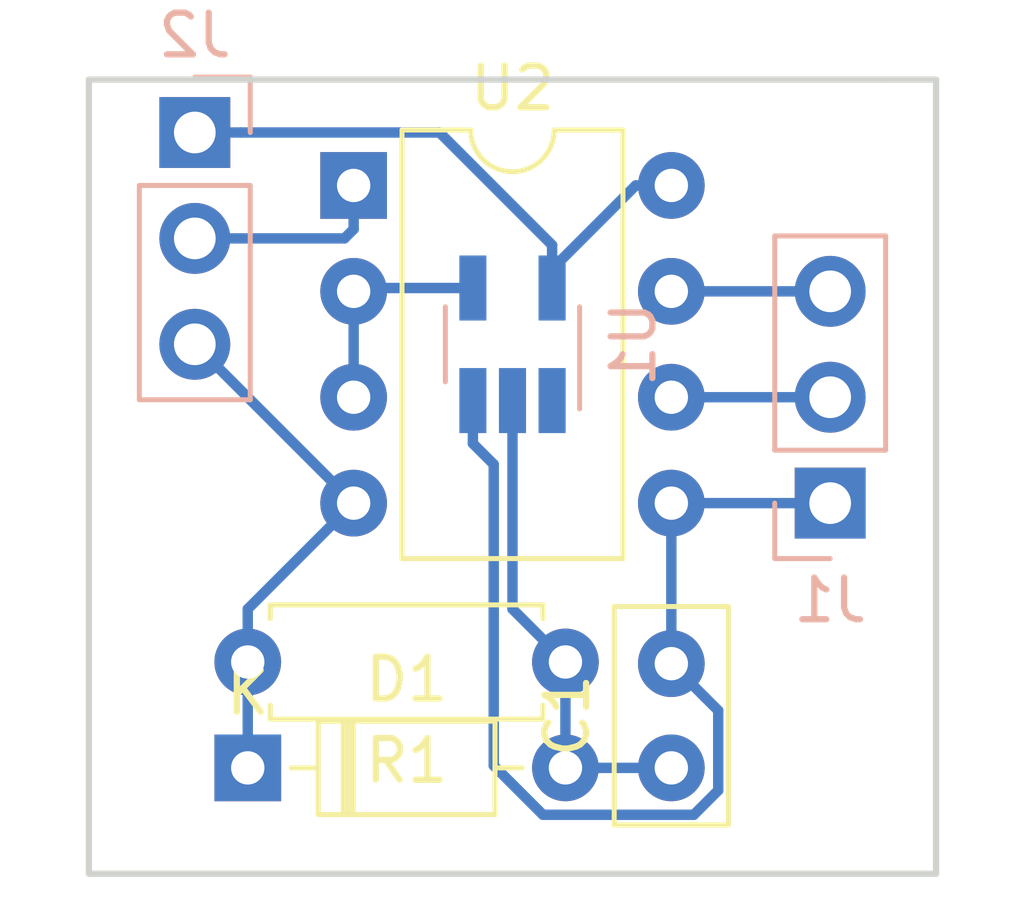
<source format=kicad_pcb>
(kicad_pcb (version 20171130) (host pcbnew "(5.0.1)-4")

  (general
    (thickness 1.6)
    (drawings 5)
    (tracks 34)
    (zones 0)
    (modules 7)
    (nets 10)
  )

  (page A4)
  (layers
    (0 F.Cu signal)
    (31 B.Cu signal)
    (32 B.Adhes user)
    (33 F.Adhes user)
    (34 B.Paste user)
    (35 F.Paste user)
    (36 B.SilkS user)
    (37 F.SilkS user)
    (38 B.Mask user)
    (39 F.Mask user)
    (40 Dwgs.User user)
    (41 Cmts.User user)
    (42 Eco1.User user)
    (43 Eco2.User user)
    (44 Edge.Cuts user)
    (45 Margin user)
    (46 B.CrtYd user)
    (47 F.CrtYd user)
    (48 B.Fab user)
    (49 F.Fab user)
  )

  (setup
    (last_trace_width 0.25)
    (trace_clearance 0.2)
    (zone_clearance 0.508)
    (zone_45_only no)
    (trace_min 0.2)
    (segment_width 0.2)
    (edge_width 0.15)
    (via_size 0.8)
    (via_drill 0.4)
    (via_min_size 0.4)
    (via_min_drill 0.3)
    (uvia_size 0.3)
    (uvia_drill 0.1)
    (uvias_allowed no)
    (uvia_min_size 0.2)
    (uvia_min_drill 0.1)
    (pcb_text_width 0.3)
    (pcb_text_size 1.5 1.5)
    (mod_edge_width 0.15)
    (mod_text_size 1 1)
    (mod_text_width 0.15)
    (pad_size 1.524 1.524)
    (pad_drill 0.762)
    (pad_to_mask_clearance 0.051)
    (solder_mask_min_width 0.25)
    (aux_axis_origin 0 0)
    (visible_elements 7FFFFFFF)
    (pcbplotparams
      (layerselection 0x010fc_ffffffff)
      (usegerberextensions false)
      (usegerberattributes false)
      (usegerberadvancedattributes false)
      (creategerberjobfile false)
      (excludeedgelayer true)
      (linewidth 0.100000)
      (plotframeref false)
      (viasonmask false)
      (mode 1)
      (useauxorigin false)
      (hpglpennumber 1)
      (hpglpenspeed 20)
      (hpglpendiameter 15.000000)
      (psnegative false)
      (psa4output false)
      (plotreference true)
      (plotvalue true)
      (plotinvisibletext false)
      (padsonsilk false)
      (subtractmaskfromsilk false)
      (outputformat 1)
      (mirror false)
      (drillshape 1)
      (scaleselection 1)
      (outputdirectory ""))
  )

  (net 0 "")
  (net 1 "Net-(C1-Pad1)")
  (net 2 GND)
  (net 3 TX)
  (net 4 A)
  (net 5 B)
  (net 6 RX)
  (net 7 VCC)
  (net 8 "Net-(U1-Pad1)")
  (net 9 "Net-(U1-Pad4)")

  (net_class Default "Dies ist die voreingestellte Netzklasse."
    (clearance 0.2)
    (trace_width 0.25)
    (via_dia 0.8)
    (via_drill 0.4)
    (uvia_dia 0.3)
    (uvia_drill 0.1)
    (add_net A)
    (add_net B)
    (add_net GND)
    (add_net "Net-(C1-Pad1)")
    (add_net "Net-(U1-Pad1)")
    (add_net "Net-(U1-Pad4)")
    (add_net RX)
    (add_net TX)
    (add_net VCC)
  )

  (module Capacitor_THT:C_Disc_D5.0mm_W2.5mm_P2.50mm (layer F.Cu) (tedit 5AE50EF0) (tstamp 5C822B35)
    (at 118.11 78.74 90)
    (descr "C, Disc series, Radial, pin pitch=2.50mm, , diameter*width=5*2.5mm^2, Capacitor, http://cdn-reichelt.de/documents/datenblatt/B300/DS_KERKO_TC.pdf")
    (tags "C Disc series Radial pin pitch 2.50mm  diameter 5mm width 2.5mm Capacitor")
    (path /5C796985)
    (fp_text reference C1 (at 1.25 -2.5 90) (layer F.SilkS)
      (effects (font (size 1 1) (thickness 0.15)))
    )
    (fp_text value "1 nF" (at 1.25 2.5 90) (layer F.Fab)
      (effects (font (size 1 1) (thickness 0.15)))
    )
    (fp_line (start -1.25 -1.25) (end -1.25 1.25) (layer F.Fab) (width 0.1))
    (fp_line (start -1.25 1.25) (end 3.75 1.25) (layer F.Fab) (width 0.1))
    (fp_line (start 3.75 1.25) (end 3.75 -1.25) (layer F.Fab) (width 0.1))
    (fp_line (start 3.75 -1.25) (end -1.25 -1.25) (layer F.Fab) (width 0.1))
    (fp_line (start -1.37 -1.37) (end 3.87 -1.37) (layer F.SilkS) (width 0.12))
    (fp_line (start -1.37 1.37) (end 3.87 1.37) (layer F.SilkS) (width 0.12))
    (fp_line (start -1.37 -1.37) (end -1.37 1.37) (layer F.SilkS) (width 0.12))
    (fp_line (start 3.87 -1.37) (end 3.87 1.37) (layer F.SilkS) (width 0.12))
    (fp_line (start -1.5 -1.5) (end -1.5 1.5) (layer F.CrtYd) (width 0.05))
    (fp_line (start -1.5 1.5) (end 4 1.5) (layer F.CrtYd) (width 0.05))
    (fp_line (start 4 1.5) (end 4 -1.5) (layer F.CrtYd) (width 0.05))
    (fp_line (start 4 -1.5) (end -1.5 -1.5) (layer F.CrtYd) (width 0.05))
    (fp_text user %R (at -2.54 0 90) (layer F.Fab)
      (effects (font (size 1 1) (thickness 0.15)))
    )
    (pad 1 thru_hole circle (at 0 0 90) (size 1.6 1.6) (drill 0.8) (layers *.Cu *.Mask)
      (net 1 "Net-(C1-Pad1)"))
    (pad 2 thru_hole circle (at 2.5 0 90) (size 1.6 1.6) (drill 0.8) (layers *.Cu *.Mask)
      (net 2 GND))
    (model ${KISYS3DMOD}/Capacitor_THT.3dshapes/C_Disc_D5.0mm_W2.5mm_P2.50mm.wrl
      (at (xyz 0 0 0))
      (scale (xyz 1 1 1))
      (rotate (xyz 0 0 0))
    )
  )

  (module Diode_THT:D_DO-35_SOD27_P7.62mm_Horizontal (layer F.Cu) (tedit 5AE50CD5) (tstamp 5C822F05)
    (at 107.95 78.74)
    (descr "Diode, DO-35_SOD27 series, Axial, Horizontal, pin pitch=7.62mm, , length*diameter=4*2mm^2, , http://www.diodes.com/_files/packages/DO-35.pdf")
    (tags "Diode DO-35_SOD27 series Axial Horizontal pin pitch 7.62mm  length 4mm diameter 2mm")
    (path /5C7961AB)
    (fp_text reference D1 (at 3.81 -2.12) (layer F.SilkS)
      (effects (font (size 1 1) (thickness 0.15)))
    )
    (fp_text value 1N4148 (at 3.81 2.12) (layer F.Fab)
      (effects (font (size 1 1) (thickness 0.15)))
    )
    (fp_line (start 1.81 -1) (end 1.81 1) (layer F.Fab) (width 0.1))
    (fp_line (start 1.81 1) (end 5.81 1) (layer F.Fab) (width 0.1))
    (fp_line (start 5.81 1) (end 5.81 -1) (layer F.Fab) (width 0.1))
    (fp_line (start 5.81 -1) (end 1.81 -1) (layer F.Fab) (width 0.1))
    (fp_line (start 0 0) (end 1.81 0) (layer F.Fab) (width 0.1))
    (fp_line (start 7.62 0) (end 5.81 0) (layer F.Fab) (width 0.1))
    (fp_line (start 2.41 -1) (end 2.41 1) (layer F.Fab) (width 0.1))
    (fp_line (start 2.51 -1) (end 2.51 1) (layer F.Fab) (width 0.1))
    (fp_line (start 2.31 -1) (end 2.31 1) (layer F.Fab) (width 0.1))
    (fp_line (start 1.69 -1.12) (end 1.69 1.12) (layer F.SilkS) (width 0.12))
    (fp_line (start 1.69 1.12) (end 5.93 1.12) (layer F.SilkS) (width 0.12))
    (fp_line (start 5.93 1.12) (end 5.93 -1.12) (layer F.SilkS) (width 0.12))
    (fp_line (start 5.93 -1.12) (end 1.69 -1.12) (layer F.SilkS) (width 0.12))
    (fp_line (start 1.04 0) (end 1.69 0) (layer F.SilkS) (width 0.12))
    (fp_line (start 6.58 0) (end 5.93 0) (layer F.SilkS) (width 0.12))
    (fp_line (start 2.41 -1.12) (end 2.41 1.12) (layer F.SilkS) (width 0.12))
    (fp_line (start 2.53 -1.12) (end 2.53 1.12) (layer F.SilkS) (width 0.12))
    (fp_line (start 2.29 -1.12) (end 2.29 1.12) (layer F.SilkS) (width 0.12))
    (fp_line (start -1.05 -1.25) (end -1.05 1.25) (layer F.CrtYd) (width 0.05))
    (fp_line (start -1.05 1.25) (end 8.67 1.25) (layer F.CrtYd) (width 0.05))
    (fp_line (start 8.67 1.25) (end 8.67 -1.25) (layer F.CrtYd) (width 0.05))
    (fp_line (start 8.67 -1.25) (end -1.05 -1.25) (layer F.CrtYd) (width 0.05))
    (fp_text user %R (at 4.11 0) (layer F.Fab)
      (effects (font (size 0.8 0.8) (thickness 0.12)))
    )
    (fp_text user K (at 0 -1.8) (layer F.Fab)
      (effects (font (size 1 1) (thickness 0.15)))
    )
    (fp_text user K (at 0 -1.8) (layer F.SilkS)
      (effects (font (size 1 1) (thickness 0.15)))
    )
    (pad 1 thru_hole rect (at 0 0) (size 1.6 1.6) (drill 0.8) (layers *.Cu *.Mask)
      (net 3 TX))
    (pad 2 thru_hole oval (at 7.62 0) (size 1.6 1.6) (drill 0.8) (layers *.Cu *.Mask)
      (net 1 "Net-(C1-Pad1)"))
    (model ${KISYS3DMOD}/Diode_THT.3dshapes/D_DO-35_SOD27_P7.62mm_Horizontal.wrl
      (at (xyz 0 0 0))
      (scale (xyz 1 1 1))
      (rotate (xyz 0 0 0))
    )
  )

  (module Connector_PinHeader_2.54mm:PinHeader_1x03_P2.54mm_Vertical (layer B.Cu) (tedit 59FED5CC) (tstamp 5C822B6B)
    (at 121.92 72.39)
    (descr "Through hole straight pin header, 1x03, 2.54mm pitch, single row")
    (tags "Through hole pin header THT 1x03 2.54mm single row")
    (path /5C7997C1)
    (fp_text reference J1 (at 0 2.33) (layer B.SilkS)
      (effects (font (size 1 1) (thickness 0.15)) (justify mirror))
    )
    (fp_text value Conn_01x03 (at 0 -7.41) (layer B.Fab)
      (effects (font (size 1 1) (thickness 0.15)) (justify mirror))
    )
    (fp_line (start -0.635 1.27) (end 1.27 1.27) (layer B.Fab) (width 0.1))
    (fp_line (start 1.27 1.27) (end 1.27 -6.35) (layer B.Fab) (width 0.1))
    (fp_line (start 1.27 -6.35) (end -1.27 -6.35) (layer B.Fab) (width 0.1))
    (fp_line (start -1.27 -6.35) (end -1.27 0.635) (layer B.Fab) (width 0.1))
    (fp_line (start -1.27 0.635) (end -0.635 1.27) (layer B.Fab) (width 0.1))
    (fp_line (start -1.33 -6.41) (end 1.33 -6.41) (layer B.SilkS) (width 0.12))
    (fp_line (start -1.33 -1.27) (end -1.33 -6.41) (layer B.SilkS) (width 0.12))
    (fp_line (start 1.33 -1.27) (end 1.33 -6.41) (layer B.SilkS) (width 0.12))
    (fp_line (start -1.33 -1.27) (end 1.33 -1.27) (layer B.SilkS) (width 0.12))
    (fp_line (start -1.33 0) (end -1.33 1.33) (layer B.SilkS) (width 0.12))
    (fp_line (start -1.33 1.33) (end 0 1.33) (layer B.SilkS) (width 0.12))
    (fp_line (start -1.8 1.8) (end -1.8 -6.85) (layer B.CrtYd) (width 0.05))
    (fp_line (start -1.8 -6.85) (end 1.8 -6.85) (layer B.CrtYd) (width 0.05))
    (fp_line (start 1.8 -6.85) (end 1.8 1.8) (layer B.CrtYd) (width 0.05))
    (fp_line (start 1.8 1.8) (end -1.8 1.8) (layer B.CrtYd) (width 0.05))
    (fp_text user %R (at 0 -2.54 -90) (layer B.Fab)
      (effects (font (size 1 1) (thickness 0.15)) (justify mirror))
    )
    (pad 1 thru_hole rect (at 0 0) (size 1.7 1.7) (drill 1) (layers *.Cu *.Mask)
      (net 2 GND))
    (pad 2 thru_hole oval (at 0 -2.54) (size 1.7 1.7) (drill 1) (layers *.Cu *.Mask)
      (net 4 A))
    (pad 3 thru_hole oval (at 0 -5.08) (size 1.7 1.7) (drill 1) (layers *.Cu *.Mask)
      (net 5 B))
    (model ${KISYS3DMOD}/Connector_PinHeader_2.54mm.3dshapes/PinHeader_1x03_P2.54mm_Vertical.wrl
      (at (xyz 0 0 0))
      (scale (xyz 1 1 1))
      (rotate (xyz 0 0 0))
    )
  )

  (module Connector_PinHeader_2.54mm:PinHeader_1x03_P2.54mm_Vertical (layer B.Cu) (tedit 59FED5CC) (tstamp 5C822B82)
    (at 106.68 63.5 180)
    (descr "Through hole straight pin header, 1x03, 2.54mm pitch, single row")
    (tags "Through hole pin header THT 1x03 2.54mm single row")
    (path /5C79B2E3)
    (fp_text reference J2 (at 0 2.33 180) (layer B.SilkS)
      (effects (font (size 1 1) (thickness 0.15)) (justify mirror))
    )
    (fp_text value Conn_01x03 (at 0 -7.41 180) (layer B.Fab)
      (effects (font (size 1 1) (thickness 0.15)) (justify mirror))
    )
    (fp_text user %R (at 0 -2.54 90) (layer B.Fab)
      (effects (font (size 1 1) (thickness 0.15)) (justify mirror))
    )
    (fp_line (start 1.8 1.8) (end -1.8 1.8) (layer B.CrtYd) (width 0.05))
    (fp_line (start 1.8 -6.85) (end 1.8 1.8) (layer B.CrtYd) (width 0.05))
    (fp_line (start -1.8 -6.85) (end 1.8 -6.85) (layer B.CrtYd) (width 0.05))
    (fp_line (start -1.8 1.8) (end -1.8 -6.85) (layer B.CrtYd) (width 0.05))
    (fp_line (start -1.33 1.33) (end 0 1.33) (layer B.SilkS) (width 0.12))
    (fp_line (start -1.33 0) (end -1.33 1.33) (layer B.SilkS) (width 0.12))
    (fp_line (start -1.33 -1.27) (end 1.33 -1.27) (layer B.SilkS) (width 0.12))
    (fp_line (start 1.33 -1.27) (end 1.33 -6.41) (layer B.SilkS) (width 0.12))
    (fp_line (start -1.33 -1.27) (end -1.33 -6.41) (layer B.SilkS) (width 0.12))
    (fp_line (start -1.33 -6.41) (end 1.33 -6.41) (layer B.SilkS) (width 0.12))
    (fp_line (start -1.27 0.635) (end -0.635 1.27) (layer B.Fab) (width 0.1))
    (fp_line (start -1.27 -6.35) (end -1.27 0.635) (layer B.Fab) (width 0.1))
    (fp_line (start 1.27 -6.35) (end -1.27 -6.35) (layer B.Fab) (width 0.1))
    (fp_line (start 1.27 1.27) (end 1.27 -6.35) (layer B.Fab) (width 0.1))
    (fp_line (start -0.635 1.27) (end 1.27 1.27) (layer B.Fab) (width 0.1))
    (pad 3 thru_hole oval (at 0 -5.08 180) (size 1.7 1.7) (drill 1) (layers *.Cu *.Mask)
      (net 3 TX))
    (pad 2 thru_hole oval (at 0 -2.54 180) (size 1.7 1.7) (drill 1) (layers *.Cu *.Mask)
      (net 6 RX))
    (pad 1 thru_hole rect (at 0 0 180) (size 1.7 1.7) (drill 1) (layers *.Cu *.Mask)
      (net 7 VCC))
    (model ${KISYS3DMOD}/Connector_PinHeader_2.54mm.3dshapes/PinHeader_1x03_P2.54mm_Vertical.wrl
      (at (xyz 0 0 0))
      (scale (xyz 1 1 1))
      (rotate (xyz 0 0 0))
    )
  )

  (module Resistor_THT:R_Axial_DIN0207_L6.3mm_D2.5mm_P7.62mm_Horizontal (layer F.Cu) (tedit 5AE5139B) (tstamp 5C822F57)
    (at 115.57 76.2 180)
    (descr "Resistor, Axial_DIN0207 series, Axial, Horizontal, pin pitch=7.62mm, 0.25W = 1/4W, length*diameter=6.3*2.5mm^2, http://cdn-reichelt.de/documents/datenblatt/B400/1_4W%23YAG.pdf")
    (tags "Resistor Axial_DIN0207 series Axial Horizontal pin pitch 7.62mm 0.25W = 1/4W length 6.3mm diameter 2.5mm")
    (path /5C796936)
    (fp_text reference R1 (at 3.81 -2.37 180) (layer F.SilkS)
      (effects (font (size 1 1) (thickness 0.15)))
    )
    (fp_text value 22K (at 3.81 2.37 180) (layer F.Fab)
      (effects (font (size 1 1) (thickness 0.15)))
    )
    (fp_line (start 0.66 -1.25) (end 0.66 1.25) (layer F.Fab) (width 0.1))
    (fp_line (start 0.66 1.25) (end 6.96 1.25) (layer F.Fab) (width 0.1))
    (fp_line (start 6.96 1.25) (end 6.96 -1.25) (layer F.Fab) (width 0.1))
    (fp_line (start 6.96 -1.25) (end 0.66 -1.25) (layer F.Fab) (width 0.1))
    (fp_line (start 0 0) (end 0.66 0) (layer F.Fab) (width 0.1))
    (fp_line (start 7.62 0) (end 6.96 0) (layer F.Fab) (width 0.1))
    (fp_line (start 0.54 -1.04) (end 0.54 -1.37) (layer F.SilkS) (width 0.12))
    (fp_line (start 0.54 -1.37) (end 7.08 -1.37) (layer F.SilkS) (width 0.12))
    (fp_line (start 7.08 -1.37) (end 7.08 -1.04) (layer F.SilkS) (width 0.12))
    (fp_line (start 0.54 1.04) (end 0.54 1.37) (layer F.SilkS) (width 0.12))
    (fp_line (start 0.54 1.37) (end 7.08 1.37) (layer F.SilkS) (width 0.12))
    (fp_line (start 7.08 1.37) (end 7.08 1.04) (layer F.SilkS) (width 0.12))
    (fp_line (start -1.05 -1.5) (end -1.05 1.5) (layer F.CrtYd) (width 0.05))
    (fp_line (start -1.05 1.5) (end 8.67 1.5) (layer F.CrtYd) (width 0.05))
    (fp_line (start 8.67 1.5) (end 8.67 -1.5) (layer F.CrtYd) (width 0.05))
    (fp_line (start 8.67 -1.5) (end -1.05 -1.5) (layer F.CrtYd) (width 0.05))
    (fp_text user %R (at 3.81 0 180) (layer F.Fab)
      (effects (font (size 1 1) (thickness 0.15)))
    )
    (pad 1 thru_hole circle (at 0 0 180) (size 1.6 1.6) (drill 0.8) (layers *.Cu *.Mask)
      (net 1 "Net-(C1-Pad1)"))
    (pad 2 thru_hole oval (at 7.62 0 180) (size 1.6 1.6) (drill 0.8) (layers *.Cu *.Mask)
      (net 3 TX))
    (model ${KISYS3DMOD}/Resistor_THT.3dshapes/R_Axial_DIN0207_L6.3mm_D2.5mm_P7.62mm_Horizontal.wrl
      (at (xyz 0 0 0))
      (scale (xyz 1 1 1))
      (rotate (xyz 0 0 0))
    )
  )

  (module Package_TO_SOT_SMD:SOT-23-5_HandSoldering (layer B.Cu) (tedit 5A0AB76C) (tstamp 5C822BAE)
    (at 114.3 68.58 90)
    (descr "5-pin SOT23 package")
    (tags "SOT-23-5 hand-soldering")
    (path /5C795C60)
    (attr smd)
    (fp_text reference U1 (at 0 2.9 90) (layer B.SilkS)
      (effects (font (size 1 1) (thickness 0.15)) (justify mirror))
    )
    (fp_text value SN74LVC1G14 (at 0 -2.9 90) (layer B.Fab)
      (effects (font (size 1 1) (thickness 0.15)) (justify mirror))
    )
    (fp_text user %R (at 0 0) (layer B.Fab)
      (effects (font (size 0.5 0.5) (thickness 0.075)) (justify mirror))
    )
    (fp_line (start -0.9 -1.61) (end 0.9 -1.61) (layer B.SilkS) (width 0.12))
    (fp_line (start 0.9 1.61) (end -1.55 1.61) (layer B.SilkS) (width 0.12))
    (fp_line (start -0.9 0.9) (end -0.25 1.55) (layer B.Fab) (width 0.1))
    (fp_line (start 0.9 1.55) (end -0.25 1.55) (layer B.Fab) (width 0.1))
    (fp_line (start -0.9 0.9) (end -0.9 -1.55) (layer B.Fab) (width 0.1))
    (fp_line (start 0.9 -1.55) (end -0.9 -1.55) (layer B.Fab) (width 0.1))
    (fp_line (start 0.9 1.55) (end 0.9 -1.55) (layer B.Fab) (width 0.1))
    (fp_line (start -2.38 1.8) (end 2.38 1.8) (layer B.CrtYd) (width 0.05))
    (fp_line (start -2.38 1.8) (end -2.38 -1.8) (layer B.CrtYd) (width 0.05))
    (fp_line (start 2.38 -1.8) (end 2.38 1.8) (layer B.CrtYd) (width 0.05))
    (fp_line (start 2.38 -1.8) (end -2.38 -1.8) (layer B.CrtYd) (width 0.05))
    (pad 1 smd rect (at -1.35 0.95 90) (size 1.56 0.65) (layers B.Cu B.Paste B.Mask)
      (net 8 "Net-(U1-Pad1)"))
    (pad 2 smd rect (at -1.35 0 90) (size 1.56 0.65) (layers B.Cu B.Paste B.Mask)
      (net 1 "Net-(C1-Pad1)"))
    (pad 3 smd rect (at -1.35 -0.95 90) (size 1.56 0.65) (layers B.Cu B.Paste B.Mask)
      (net 2 GND))
    (pad 4 smd rect (at 1.35 -0.95 90) (size 1.56 0.65) (layers B.Cu B.Paste B.Mask)
      (net 9 "Net-(U1-Pad4)"))
    (pad 5 smd rect (at 1.35 0.95 90) (size 1.56 0.65) (layers B.Cu B.Paste B.Mask)
      (net 7 VCC))
    (model ${KISYS3DMOD}/Package_TO_SOT_SMD.3dshapes/SOT-23-5.wrl
      (at (xyz 0 0 0))
      (scale (xyz 1 1 1))
      (rotate (xyz 0 0 0))
    )
  )

  (module Package_DIP:DIP-8_W7.62mm (layer F.Cu) (tedit 5A02E8C5) (tstamp 5C822BCA)
    (at 110.49 64.77)
    (descr "8-lead though-hole mounted DIP package, row spacing 7.62 mm (300 mils)")
    (tags "THT DIP DIL PDIP 2.54mm 7.62mm 300mil")
    (path /5C7958D1)
    (fp_text reference U2 (at 3.81 -2.33) (layer F.SilkS)
      (effects (font (size 1 1) (thickness 0.15)))
    )
    (fp_text value MAX485E (at 3.81 9.95) (layer F.Fab)
      (effects (font (size 1 1) (thickness 0.15)))
    )
    (fp_arc (start 3.81 -1.33) (end 2.81 -1.33) (angle -180) (layer F.SilkS) (width 0.12))
    (fp_line (start 1.635 -1.27) (end 6.985 -1.27) (layer F.Fab) (width 0.1))
    (fp_line (start 6.985 -1.27) (end 6.985 8.89) (layer F.Fab) (width 0.1))
    (fp_line (start 6.985 8.89) (end 0.635 8.89) (layer F.Fab) (width 0.1))
    (fp_line (start 0.635 8.89) (end 0.635 -0.27) (layer F.Fab) (width 0.1))
    (fp_line (start 0.635 -0.27) (end 1.635 -1.27) (layer F.Fab) (width 0.1))
    (fp_line (start 2.81 -1.33) (end 1.16 -1.33) (layer F.SilkS) (width 0.12))
    (fp_line (start 1.16 -1.33) (end 1.16 8.95) (layer F.SilkS) (width 0.12))
    (fp_line (start 1.16 8.95) (end 6.46 8.95) (layer F.SilkS) (width 0.12))
    (fp_line (start 6.46 8.95) (end 6.46 -1.33) (layer F.SilkS) (width 0.12))
    (fp_line (start 6.46 -1.33) (end 4.81 -1.33) (layer F.SilkS) (width 0.12))
    (fp_line (start -1.1 -1.55) (end -1.1 9.15) (layer F.CrtYd) (width 0.05))
    (fp_line (start -1.1 9.15) (end 8.7 9.15) (layer F.CrtYd) (width 0.05))
    (fp_line (start 8.7 9.15) (end 8.7 -1.55) (layer F.CrtYd) (width 0.05))
    (fp_line (start 8.7 -1.55) (end -1.1 -1.55) (layer F.CrtYd) (width 0.05))
    (fp_text user %R (at 3.81 3.81) (layer F.Fab)
      (effects (font (size 1 1) (thickness 0.15)))
    )
    (pad 1 thru_hole rect (at 0 0) (size 1.6 1.6) (drill 0.8) (layers *.Cu *.Mask)
      (net 6 RX))
    (pad 5 thru_hole oval (at 7.62 7.62) (size 1.6 1.6) (drill 0.8) (layers *.Cu *.Mask)
      (net 2 GND))
    (pad 2 thru_hole oval (at 0 2.54) (size 1.6 1.6) (drill 0.8) (layers *.Cu *.Mask)
      (net 9 "Net-(U1-Pad4)"))
    (pad 6 thru_hole oval (at 7.62 5.08) (size 1.6 1.6) (drill 0.8) (layers *.Cu *.Mask)
      (net 4 A))
    (pad 3 thru_hole oval (at 0 5.08) (size 1.6 1.6) (drill 0.8) (layers *.Cu *.Mask)
      (net 9 "Net-(U1-Pad4)"))
    (pad 7 thru_hole oval (at 7.62 2.54) (size 1.6 1.6) (drill 0.8) (layers *.Cu *.Mask)
      (net 5 B))
    (pad 4 thru_hole oval (at 0 7.62) (size 1.6 1.6) (drill 0.8) (layers *.Cu *.Mask)
      (net 3 TX))
    (pad 8 thru_hole oval (at 7.62 0) (size 1.6 1.6) (drill 0.8) (layers *.Cu *.Mask)
      (net 7 VCC))
    (model ${KISYS3DMOD}/Package_DIP.3dshapes/DIP-8_W7.62mm.wrl
      (at (xyz 0 0 0))
      (scale (xyz 1 1 1))
      (rotate (xyz 0 0 0))
    )
  )

  (gr_line (start 124.46 62.23) (end 123.19 62.23) (layer Edge.Cuts) (width 0.15))
  (gr_line (start 124.46 81.28) (end 124.46 62.23) (layer Edge.Cuts) (width 0.15))
  (gr_line (start 104.14 81.28) (end 124.46 81.28) (layer Edge.Cuts) (width 0.15))
  (gr_line (start 104.14 62.23) (end 104.14 81.28) (layer Edge.Cuts) (width 0.15))
  (gr_line (start 123.19 62.23) (end 104.14 62.23) (layer Edge.Cuts) (width 0.15))

  (segment (start 115.57 76.2) (end 115.57 78.74) (width 0.25) (layer B.Cu) (net 1))
  (segment (start 118.11 78.74) (end 115.57 78.74) (width 0.25) (layer B.Cu) (net 1))
  (segment (start 114.3 74.93) (end 114.3 69.93) (width 0.25) (layer B.Cu) (net 1))
  (segment (start 115.57 76.2) (end 114.3 74.93) (width 0.25) (layer B.Cu) (net 1))
  (segment (start 121.92 72.39) (end 118.11 72.39) (width 0.25) (layer B.Cu) (net 2))
  (segment (start 118.11 72.39) (end 118.11 76.24) (width 0.25) (layer B.Cu) (net 2))
  (segment (start 118.909999 77.039999) (end 118.11 76.24) (width 0.25) (layer B.Cu) (net 2))
  (segment (start 119.235001 77.365001) (end 118.909999 77.039999) (width 0.25) (layer B.Cu) (net 2))
  (segment (start 119.235001 79.280001) (end 119.235001 77.365001) (width 0.25) (layer B.Cu) (net 2))
  (segment (start 118.650001 79.865001) (end 119.235001 79.280001) (width 0.25) (layer B.Cu) (net 2))
  (segment (start 115.029999 79.865001) (end 118.650001 79.865001) (width 0.25) (layer B.Cu) (net 2))
  (segment (start 113.84999 78.684992) (end 115.029999 79.865001) (width 0.25) (layer B.Cu) (net 2))
  (segment (start 113.84999 71.45999) (end 113.84999 78.684992) (width 0.25) (layer B.Cu) (net 2))
  (segment (start 113.35 70.96) (end 113.84999 71.45999) (width 0.25) (layer B.Cu) (net 2))
  (segment (start 113.35 69.93) (end 113.35 70.96) (width 0.25) (layer B.Cu) (net 2))
  (segment (start 106.68 68.58) (end 110.49 72.39) (width 0.25) (layer B.Cu) (net 3))
  (segment (start 107.95 78.74) (end 107.95 76.2) (width 0.25) (layer B.Cu) (net 3))
  (segment (start 107.95 74.93) (end 110.49 72.39) (width 0.25) (layer B.Cu) (net 3))
  (segment (start 107.95 76.2) (end 107.95 74.93) (width 0.25) (layer B.Cu) (net 3))
  (segment (start 121.92 69.85) (end 118.11 69.85) (width 0.25) (layer B.Cu) (net 4))
  (segment (start 121.92 67.31) (end 118.11 67.31) (width 0.25) (layer B.Cu) (net 5))
  (segment (start 110.49 65.82) (end 110.49 64.77) (width 0.25) (layer B.Cu) (net 6))
  (segment (start 110.27 66.04) (end 110.49 65.82) (width 0.25) (layer B.Cu) (net 6))
  (segment (start 106.68 66.04) (end 110.27 66.04) (width 0.25) (layer B.Cu) (net 6))
  (segment (start 117.255 64.77) (end 118.11 64.77) (width 0.25) (layer B.Cu) (net 7))
  (segment (start 115.25 66.775) (end 117.255 64.77) (width 0.25) (layer B.Cu) (net 7))
  (segment (start 115.25 67.23) (end 115.25 66.775) (width 0.25) (layer B.Cu) (net 7))
  (segment (start 107.78 63.5) (end 106.68 63.5) (width 0.25) (layer B.Cu) (net 7))
  (segment (start 112.55 63.5) (end 107.78 63.5) (width 0.25) (layer B.Cu) (net 7))
  (segment (start 115.25 66.2) (end 112.55 63.5) (width 0.25) (layer B.Cu) (net 7))
  (segment (start 115.25 67.23) (end 115.25 66.2) (width 0.25) (layer B.Cu) (net 7))
  (segment (start 110.57 67.23) (end 110.49 67.31) (width 0.25) (layer B.Cu) (net 9))
  (segment (start 113.35 67.23) (end 110.57 67.23) (width 0.25) (layer B.Cu) (net 9))
  (segment (start 110.49 67.31) (end 110.49 69.85) (width 0.25) (layer B.Cu) (net 9))

)

</source>
